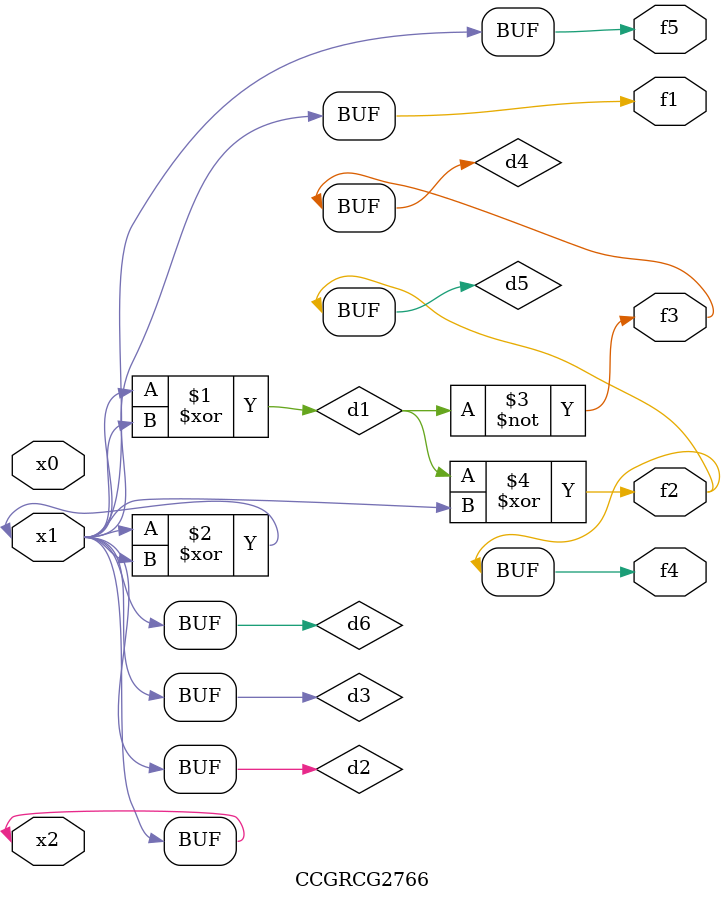
<source format=v>
module CCGRCG2766(
	input x0, x1, x2,
	output f1, f2, f3, f4, f5
);

	wire d1, d2, d3, d4, d5, d6;

	xor (d1, x1, x2);
	buf (d2, x1, x2);
	xor (d3, x1, x2);
	nor (d4, d1);
	xor (d5, d1, d2);
	buf (d6, d2, d3);
	assign f1 = d6;
	assign f2 = d5;
	assign f3 = d4;
	assign f4 = d5;
	assign f5 = d6;
endmodule

</source>
